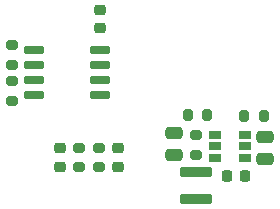
<source format=gbp>
%TF.GenerationSoftware,KiCad,Pcbnew,9.0.2-9.0.2-0~ubuntu22.04.1*%
%TF.CreationDate,2025-05-11T10:39:50+03:00*%
%TF.ProjectId,steper-motor-unit,73746570-6572-42d6-9d6f-746f722d756e,rev?*%
%TF.SameCoordinates,Original*%
%TF.FileFunction,Paste,Bot*%
%TF.FilePolarity,Positive*%
%FSLAX46Y46*%
G04 Gerber Fmt 4.6, Leading zero omitted, Abs format (unit mm)*
G04 Created by KiCad (PCBNEW 9.0.2-9.0.2-0~ubuntu22.04.1) date 2025-05-11 10:39:50*
%MOMM*%
%LPD*%
G01*
G04 APERTURE LIST*
G04 Aperture macros list*
%AMRoundRect*
0 Rectangle with rounded corners*
0 $1 Rounding radius*
0 $2 $3 $4 $5 $6 $7 $8 $9 X,Y pos of 4 corners*
0 Add a 4 corners polygon primitive as box body*
4,1,4,$2,$3,$4,$5,$6,$7,$8,$9,$2,$3,0*
0 Add four circle primitives for the rounded corners*
1,1,$1+$1,$2,$3*
1,1,$1+$1,$4,$5*
1,1,$1+$1,$6,$7*
1,1,$1+$1,$8,$9*
0 Add four rect primitives between the rounded corners*
20,1,$1+$1,$2,$3,$4,$5,0*
20,1,$1+$1,$4,$5,$6,$7,0*
20,1,$1+$1,$6,$7,$8,$9,0*
20,1,$1+$1,$8,$9,$2,$3,0*%
G04 Aperture macros list end*
%ADD10R,1.000000X0.800000*%
%ADD11RoundRect,0.250000X0.475000X-0.250000X0.475000X0.250000X-0.475000X0.250000X-0.475000X-0.250000X0*%
%ADD12RoundRect,0.225000X0.250000X-0.225000X0.250000X0.225000X-0.250000X0.225000X-0.250000X-0.225000X0*%
%ADD13RoundRect,0.225000X-0.250000X0.225000X-0.250000X-0.225000X0.250000X-0.225000X0.250000X0.225000X0*%
%ADD14RoundRect,0.090000X0.760000X-0.210000X0.760000X0.210000X-0.760000X0.210000X-0.760000X-0.210000X0*%
%ADD15RoundRect,0.200000X0.275000X-0.200000X0.275000X0.200000X-0.275000X0.200000X-0.275000X-0.200000X0*%
%ADD16RoundRect,0.120000X-1.230000X-0.280000X1.230000X-0.280000X1.230000X0.280000X-1.230000X0.280000X0*%
%ADD17RoundRect,0.250000X-0.475000X0.250000X-0.475000X-0.250000X0.475000X-0.250000X0.475000X0.250000X0*%
%ADD18RoundRect,0.225000X0.225000X0.250000X-0.225000X0.250000X-0.225000X-0.250000X0.225000X-0.250000X0*%
%ADD19RoundRect,0.200000X-0.275000X0.200000X-0.275000X-0.200000X0.275000X-0.200000X0.275000X0.200000X0*%
%ADD20RoundRect,0.200000X0.200000X0.275000X-0.200000X0.275000X-0.200000X-0.275000X0.200000X-0.275000X0*%
G04 APERTURE END LIST*
D10*
%TO.C,U1*%
X32540000Y12800000D03*
X32540000Y13750000D03*
X32540000Y14700000D03*
X35040000Y14750000D03*
X35040000Y13750000D03*
X35040000Y12800000D03*
%TD*%
D11*
%TO.C,C3*%
X29050000Y13020000D03*
X29050000Y14920000D03*
%TD*%
D12*
%TO.C,C12*%
X22820000Y23785000D03*
X22820000Y25335000D03*
%TD*%
D13*
%TO.C,C17*%
X24340000Y13590000D03*
X24340000Y12040000D03*
%TD*%
D14*
%TO.C,U4*%
X22810000Y21905000D03*
X22810000Y20635000D03*
X22810000Y19365000D03*
X22810000Y18095000D03*
X17190000Y18095000D03*
X17190000Y19365000D03*
X17190000Y20635000D03*
X17190000Y21905000D03*
%TD*%
D15*
%TO.C,R1*%
X30950000Y13060000D03*
X30950000Y14710000D03*
%TD*%
D16*
%TO.C,L1*%
X30950000Y11580000D03*
X30950000Y9280000D03*
%TD*%
D17*
%TO.C,C2*%
X36780000Y14560000D03*
X36780000Y12660000D03*
%TD*%
D13*
%TO.C,C18*%
X19400000Y13580000D03*
X19400000Y12030000D03*
%TD*%
D15*
%TO.C,R12*%
X22730000Y11995000D03*
X22730000Y13645000D03*
%TD*%
%TO.C,R13*%
X21010000Y11995000D03*
X21010000Y13645000D03*
%TD*%
D18*
%TO.C,C1*%
X35075000Y11230000D03*
X33525000Y11230000D03*
%TD*%
D19*
%TO.C,R7*%
X15370000Y22315000D03*
X15370000Y20665000D03*
%TD*%
D15*
%TO.C,R8*%
X15370000Y17630000D03*
X15370000Y19280000D03*
%TD*%
D20*
%TO.C,R2*%
X36675000Y16320000D03*
X35025000Y16320000D03*
%TD*%
%TO.C,R3*%
X31890000Y16420000D03*
X30240000Y16420000D03*
%TD*%
M02*

</source>
